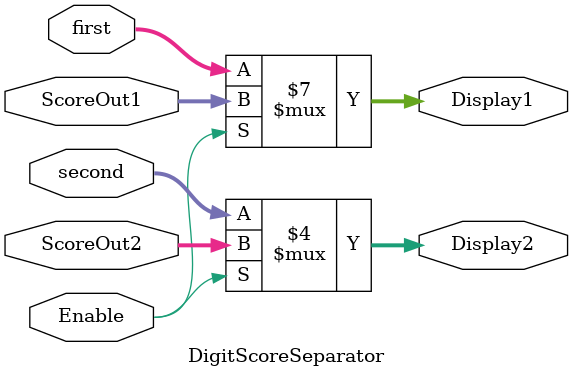
<source format=v>
/* +--------------------------------------------------------------------------------------+
   | Module: DigitScoreSeparator                                                          |   
   | Input:  second,first,Enable,ScoreOut2,ScoreOut1                                      |
	| Output: Display1,Display2                                                            |
	|This module displays Score when Enable is high and timer when Enable is low           |                        
	+--------------------------------------------------------------------------------------+ */
`timescale 1ns/1ns
module DigitScoreSeparator(second,first,Enable,ScoreOut2,ScoreOut1,Display1,Display2);
input [3:0]second;
input [3:0]first;
input Enable;
input [3:0]ScoreOut2;
input [3:0]ScoreOut1;

output [3:0] Display1;
output [3:0] Display2;

reg [3:0] Display1;
reg [3:0] Display2;

always@(second,first,Enable,ScoreOut1,ScoreOut2) begin
if (Enable == 1)//If score mode
begin
//Display Score
Display1=ScoreOut1[3:0];
Display2=ScoreOut2[3:0];
end
else //If timer mode
begin
//Display time
Display1<=first[3:0];
Display2<=second[3:0];
end
end
endmodule

</source>
